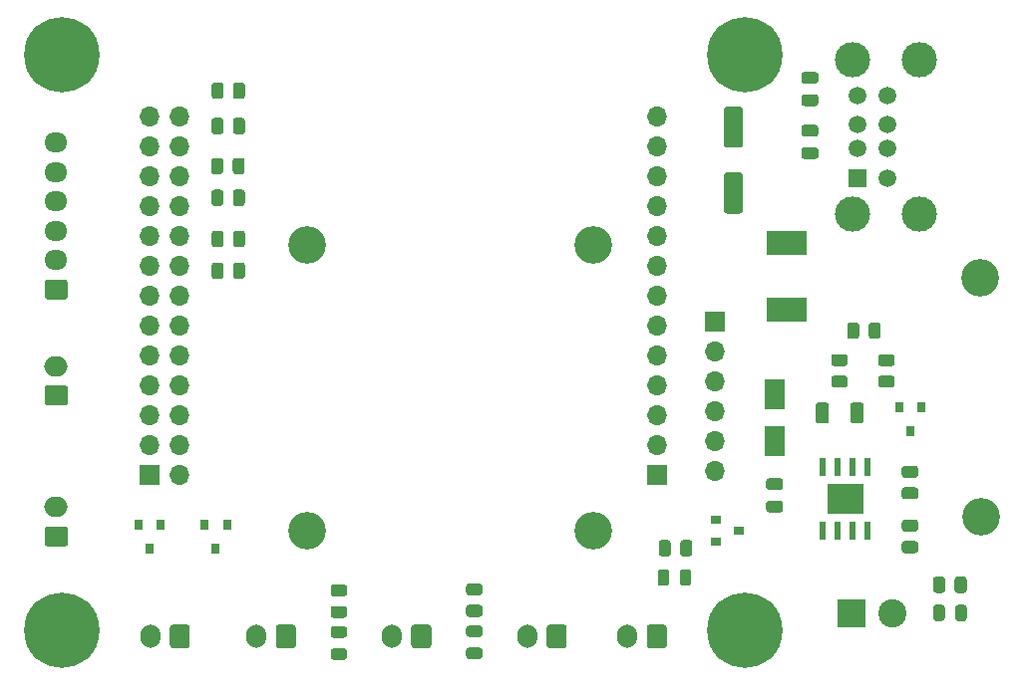
<source format=gbr>
%TF.GenerationSoftware,KiCad,Pcbnew,(5.1.12)-1*%
%TF.CreationDate,2021-12-26T21:26:00+08:00*%
%TF.ProjectId,OrangePiZeroExtentionBoard,4f72616e-6765-4506-995a-65726f457874,rev?*%
%TF.SameCoordinates,Original*%
%TF.FileFunction,Soldermask,Top*%
%TF.FilePolarity,Negative*%
%FSLAX46Y46*%
G04 Gerber Fmt 4.6, Leading zero omitted, Abs format (unit mm)*
G04 Created by KiCad (PCBNEW (5.1.12)-1) date 2021-12-26 21:26:00*
%MOMM*%
%LPD*%
G01*
G04 APERTURE LIST*
%ADD10R,0.600000X1.550000*%
%ADD11R,3.100000X2.600000*%
%ADD12C,1.500000*%
%ADD13C,3.000000*%
%ADD14R,1.500000X1.500000*%
%ADD15R,1.800000X2.500000*%
%ADD16C,0.800000*%
%ADD17C,6.400000*%
%ADD18R,2.400000X2.400000*%
%ADD19C,2.400000*%
%ADD20O,1.950000X1.700000*%
%ADD21R,1.700000X1.700000*%
%ADD22O,1.700000X1.700000*%
%ADD23O,2.000000X1.700000*%
%ADD24O,1.700000X2.000000*%
%ADD25R,3.400000X2.000000*%
%ADD26R,0.800000X0.900000*%
%ADD27R,0.900000X0.800000*%
%ADD28C,3.200000*%
G04 APERTURE END LIST*
%TO.C,C5*%
G36*
G01*
X166050000Y-76950000D02*
X164950000Y-76950000D01*
G75*
G02*
X164700000Y-76700000I0J250000D01*
G01*
X164700000Y-73700000D01*
G75*
G02*
X164950000Y-73450000I250000J0D01*
G01*
X166050000Y-73450000D01*
G75*
G02*
X166300000Y-73700000I0J-250000D01*
G01*
X166300000Y-76700000D01*
G75*
G02*
X166050000Y-76950000I-250000J0D01*
G01*
G37*
G36*
G01*
X166050000Y-82550000D02*
X164950000Y-82550000D01*
G75*
G02*
X164700000Y-82300000I0J250000D01*
G01*
X164700000Y-79300000D01*
G75*
G02*
X164950000Y-79050000I250000J0D01*
G01*
X166050000Y-79050000D01*
G75*
G02*
X166300000Y-79300000I0J-250000D01*
G01*
X166300000Y-82300000D01*
G75*
G02*
X166050000Y-82550000I-250000J0D01*
G01*
G37*
%TD*%
D10*
%TO.C,U1*%
X173095000Y-104100000D03*
X174365000Y-104100000D03*
X175635000Y-104100000D03*
X176905000Y-104100000D03*
X176905000Y-109500000D03*
X175635000Y-109500000D03*
X174365000Y-109500000D03*
X173095000Y-109500000D03*
D11*
X175000000Y-106800000D03*
%TD*%
D12*
%TO.C,USB1*%
X178620000Y-72500000D03*
X178620000Y-75000000D03*
X178620000Y-77000000D03*
X178620000Y-79500000D03*
D13*
X181330000Y-69430000D03*
X181330000Y-82570000D03*
D12*
X176000000Y-72500000D03*
X176000000Y-75000000D03*
X176000000Y-77000000D03*
D14*
X176000000Y-79500000D03*
D13*
X175650000Y-82570000D03*
X175650000Y-69430000D03*
%TD*%
%TO.C,C1*%
G36*
G01*
X172475000Y-71500000D02*
X171525000Y-71500000D01*
G75*
G02*
X171275000Y-71250000I0J250000D01*
G01*
X171275000Y-70750000D01*
G75*
G02*
X171525000Y-70500000I250000J0D01*
G01*
X172475000Y-70500000D01*
G75*
G02*
X172725000Y-70750000I0J-250000D01*
G01*
X172725000Y-71250000D01*
G75*
G02*
X172475000Y-71500000I-250000J0D01*
G01*
G37*
G36*
G01*
X172475000Y-73400000D02*
X171525000Y-73400000D01*
G75*
G02*
X171275000Y-73150000I0J250000D01*
G01*
X171275000Y-72650000D01*
G75*
G02*
X171525000Y-72400000I250000J0D01*
G01*
X172475000Y-72400000D01*
G75*
G02*
X172725000Y-72650000I0J-250000D01*
G01*
X172725000Y-73150000D01*
G75*
G02*
X172475000Y-73400000I-250000J0D01*
G01*
G37*
%TD*%
%TO.C,C2*%
G36*
G01*
X172475000Y-100150001D02*
X172475000Y-98849999D01*
G75*
G02*
X172724999Y-98600000I249999J0D01*
G01*
X173375001Y-98600000D01*
G75*
G02*
X173625000Y-98849999I0J-249999D01*
G01*
X173625000Y-100150001D01*
G75*
G02*
X173375001Y-100400000I-249999J0D01*
G01*
X172724999Y-100400000D01*
G75*
G02*
X172475000Y-100150001I0J249999D01*
G01*
G37*
G36*
G01*
X175425000Y-100150001D02*
X175425000Y-98849999D01*
G75*
G02*
X175674999Y-98600000I249999J0D01*
G01*
X176325001Y-98600000D01*
G75*
G02*
X176575000Y-98849999I0J-249999D01*
G01*
X176575000Y-100150001D01*
G75*
G02*
X176325001Y-100400000I-249999J0D01*
G01*
X175674999Y-100400000D01*
G75*
G02*
X175425000Y-100150001I0J249999D01*
G01*
G37*
%TD*%
%TO.C,C3*%
G36*
G01*
X172475000Y-77900000D02*
X171525000Y-77900000D01*
G75*
G02*
X171275000Y-77650000I0J250000D01*
G01*
X171275000Y-77150000D01*
G75*
G02*
X171525000Y-76900000I250000J0D01*
G01*
X172475000Y-76900000D01*
G75*
G02*
X172725000Y-77150000I0J-250000D01*
G01*
X172725000Y-77650000D01*
G75*
G02*
X172475000Y-77900000I-250000J0D01*
G01*
G37*
G36*
G01*
X172475000Y-76000000D02*
X171525000Y-76000000D01*
G75*
G02*
X171275000Y-75750000I0J250000D01*
G01*
X171275000Y-75250000D01*
G75*
G02*
X171525000Y-75000000I250000J0D01*
G01*
X172475000Y-75000000D01*
G75*
G02*
X172725000Y-75250000I0J-250000D01*
G01*
X172725000Y-75750000D01*
G75*
G02*
X172475000Y-76000000I-250000J0D01*
G01*
G37*
%TD*%
%TO.C,C4*%
G36*
G01*
X169475000Y-107950000D02*
X168525000Y-107950000D01*
G75*
G02*
X168275000Y-107700000I0J250000D01*
G01*
X168275000Y-107200000D01*
G75*
G02*
X168525000Y-106950000I250000J0D01*
G01*
X169475000Y-106950000D01*
G75*
G02*
X169725000Y-107200000I0J-250000D01*
G01*
X169725000Y-107700000D01*
G75*
G02*
X169475000Y-107950000I-250000J0D01*
G01*
G37*
G36*
G01*
X169475000Y-106050000D02*
X168525000Y-106050000D01*
G75*
G02*
X168275000Y-105800000I0J250000D01*
G01*
X168275000Y-105300000D01*
G75*
G02*
X168525000Y-105050000I250000J0D01*
G01*
X169475000Y-105050000D01*
G75*
G02*
X169725000Y-105300000I0J-250000D01*
G01*
X169725000Y-105800000D01*
G75*
G02*
X169475000Y-106050000I-250000J0D01*
G01*
G37*
%TD*%
%TO.C,D1*%
G36*
G01*
X184350000Y-116956250D02*
X184350000Y-116043750D01*
G75*
G02*
X184593750Y-115800000I243750J0D01*
G01*
X185081250Y-115800000D01*
G75*
G02*
X185325000Y-116043750I0J-243750D01*
G01*
X185325000Y-116956250D01*
G75*
G02*
X185081250Y-117200000I-243750J0D01*
G01*
X184593750Y-117200000D01*
G75*
G02*
X184350000Y-116956250I0J243750D01*
G01*
G37*
G36*
G01*
X182475000Y-116956250D02*
X182475000Y-116043750D01*
G75*
G02*
X182718750Y-115800000I243750J0D01*
G01*
X183206250Y-115800000D01*
G75*
G02*
X183450000Y-116043750I0J-243750D01*
G01*
X183450000Y-116956250D01*
G75*
G02*
X183206250Y-117200000I-243750J0D01*
G01*
X182718750Y-117200000D01*
G75*
G02*
X182475000Y-116956250I0J243750D01*
G01*
G37*
%TD*%
%TO.C,D2*%
G36*
G01*
X132456250Y-120487500D02*
X131543750Y-120487500D01*
G75*
G02*
X131300000Y-120243750I0J243750D01*
G01*
X131300000Y-119756250D01*
G75*
G02*
X131543750Y-119512500I243750J0D01*
G01*
X132456250Y-119512500D01*
G75*
G02*
X132700000Y-119756250I0J-243750D01*
G01*
X132700000Y-120243750D01*
G75*
G02*
X132456250Y-120487500I-243750J0D01*
G01*
G37*
G36*
G01*
X132456250Y-118612500D02*
X131543750Y-118612500D01*
G75*
G02*
X131300000Y-118368750I0J243750D01*
G01*
X131300000Y-117881250D01*
G75*
G02*
X131543750Y-117637500I243750J0D01*
G01*
X132456250Y-117637500D01*
G75*
G02*
X132700000Y-117881250I0J-243750D01*
G01*
X132700000Y-118368750D01*
G75*
G02*
X132456250Y-118612500I-243750J0D01*
G01*
G37*
%TD*%
%TO.C,D3*%
G36*
G01*
X143956250Y-118550000D02*
X143043750Y-118550000D01*
G75*
G02*
X142800000Y-118306250I0J243750D01*
G01*
X142800000Y-117818750D01*
G75*
G02*
X143043750Y-117575000I243750J0D01*
G01*
X143956250Y-117575000D01*
G75*
G02*
X144200000Y-117818750I0J-243750D01*
G01*
X144200000Y-118306250D01*
G75*
G02*
X143956250Y-118550000I-243750J0D01*
G01*
G37*
G36*
G01*
X143956250Y-120425000D02*
X143043750Y-120425000D01*
G75*
G02*
X142800000Y-120181250I0J243750D01*
G01*
X142800000Y-119693750D01*
G75*
G02*
X143043750Y-119450000I243750J0D01*
G01*
X143956250Y-119450000D01*
G75*
G02*
X144200000Y-119693750I0J-243750D01*
G01*
X144200000Y-120181250D01*
G75*
G02*
X143956250Y-120425000I-243750J0D01*
G01*
G37*
%TD*%
D15*
%TO.C,D4*%
X169000000Y-97900000D03*
X169000000Y-101900000D03*
%TD*%
%TO.C,D5*%
G36*
G01*
X161925000Y-113043750D02*
X161925000Y-113956250D01*
G75*
G02*
X161681250Y-114200000I-243750J0D01*
G01*
X161193750Y-114200000D01*
G75*
G02*
X160950000Y-113956250I0J243750D01*
G01*
X160950000Y-113043750D01*
G75*
G02*
X161193750Y-112800000I243750J0D01*
G01*
X161681250Y-112800000D01*
G75*
G02*
X161925000Y-113043750I0J-243750D01*
G01*
G37*
G36*
G01*
X160050000Y-113043750D02*
X160050000Y-113956250D01*
G75*
G02*
X159806250Y-114200000I-243750J0D01*
G01*
X159318750Y-114200000D01*
G75*
G02*
X159075000Y-113956250I0J243750D01*
G01*
X159075000Y-113043750D01*
G75*
G02*
X159318750Y-112800000I243750J0D01*
G01*
X159806250Y-112800000D01*
G75*
G02*
X160050000Y-113043750I0J-243750D01*
G01*
G37*
%TD*%
D16*
%TO.C,*%
X110197056Y-116302944D03*
X108500000Y-115600000D03*
X106802944Y-116302944D03*
X106100000Y-118000000D03*
X106802944Y-119697056D03*
X108500000Y-120400000D03*
X110197056Y-119697056D03*
X110900000Y-118000000D03*
D17*
X108500000Y-118000000D03*
%TD*%
%TO.C,*%
X108500000Y-69000000D03*
D16*
X110900000Y-69000000D03*
X110197056Y-70697056D03*
X108500000Y-71400000D03*
X106802944Y-70697056D03*
X106100000Y-69000000D03*
X106802944Y-67302944D03*
X108500000Y-66600000D03*
X110197056Y-67302944D03*
%TD*%
%TO.C,*%
X168197056Y-67302944D03*
X166500000Y-66600000D03*
X164802944Y-67302944D03*
X164100000Y-69000000D03*
X164802944Y-70697056D03*
X166500000Y-71400000D03*
X168197056Y-70697056D03*
X168900000Y-69000000D03*
D17*
X166500000Y-69000000D03*
%TD*%
D16*
%TO.C,*%
X168197056Y-116302944D03*
X166500000Y-115600000D03*
X164802944Y-116302944D03*
X164100000Y-118000000D03*
X164802944Y-119697056D03*
X166500000Y-120400000D03*
X168197056Y-119697056D03*
X168900000Y-118000000D03*
D17*
X166500000Y-118000000D03*
%TD*%
D18*
%TO.C,J2*%
X175500000Y-116500000D03*
D19*
X179000000Y-116500000D03*
%TD*%
%TO.C,J3*%
G36*
G01*
X108725000Y-89850000D02*
X107275000Y-89850000D01*
G75*
G02*
X107025000Y-89600000I0J250000D01*
G01*
X107025000Y-88400000D01*
G75*
G02*
X107275000Y-88150000I250000J0D01*
G01*
X108725000Y-88150000D01*
G75*
G02*
X108975000Y-88400000I0J-250000D01*
G01*
X108975000Y-89600000D01*
G75*
G02*
X108725000Y-89850000I-250000J0D01*
G01*
G37*
D20*
X108000000Y-86500000D03*
X108000000Y-84000000D03*
X108000000Y-81500000D03*
X108000000Y-79000000D03*
X108000000Y-76500000D03*
%TD*%
D21*
%TO.C,J4*%
X115960000Y-104780000D03*
D22*
X118500000Y-104780000D03*
X115960000Y-102240000D03*
X118500000Y-102240000D03*
X115960000Y-99700000D03*
X118500000Y-99700000D03*
X115960000Y-97160000D03*
X118500000Y-97160000D03*
X115960000Y-94620000D03*
X118500000Y-94620000D03*
X115960000Y-92080000D03*
X118500000Y-92080000D03*
X115960000Y-89540000D03*
X118500000Y-89540000D03*
X115960000Y-87000000D03*
X118500000Y-87000000D03*
X115960000Y-84460000D03*
X118500000Y-84460000D03*
X115960000Y-81920000D03*
X118500000Y-81920000D03*
X115960000Y-79380000D03*
X118500000Y-79380000D03*
X115960000Y-76840000D03*
X118500000Y-76840000D03*
X115960000Y-74300000D03*
X118500000Y-74300000D03*
%TD*%
D21*
%TO.C,J7*%
X159000000Y-104780000D03*
D22*
X159000000Y-102240000D03*
X159000000Y-99700000D03*
X159000000Y-97160000D03*
X159000000Y-94620000D03*
X159000000Y-92080000D03*
X159000000Y-89540000D03*
X159000000Y-87000000D03*
X159000000Y-84460000D03*
X159000000Y-81920000D03*
X159000000Y-79380000D03*
X159000000Y-76840000D03*
X159000000Y-74300000D03*
%TD*%
%TO.C,J8*%
G36*
G01*
X108750000Y-110850000D02*
X107250000Y-110850000D01*
G75*
G02*
X107000000Y-110600000I0J250000D01*
G01*
X107000000Y-109400000D01*
G75*
G02*
X107250000Y-109150000I250000J0D01*
G01*
X108750000Y-109150000D01*
G75*
G02*
X109000000Y-109400000I0J-250000D01*
G01*
X109000000Y-110600000D01*
G75*
G02*
X108750000Y-110850000I-250000J0D01*
G01*
G37*
D23*
X108000000Y-107500000D03*
%TD*%
D24*
%TO.C,J9*%
X116000000Y-118500000D03*
G36*
G01*
X119350000Y-117750000D02*
X119350000Y-119250000D01*
G75*
G02*
X119100000Y-119500000I-250000J0D01*
G01*
X117900000Y-119500000D01*
G75*
G02*
X117650000Y-119250000I0J250000D01*
G01*
X117650000Y-117750000D01*
G75*
G02*
X117900000Y-117500000I250000J0D01*
G01*
X119100000Y-117500000D01*
G75*
G02*
X119350000Y-117750000I0J-250000D01*
G01*
G37*
%TD*%
%TO.C,J10*%
X136500000Y-118500000D03*
G36*
G01*
X139850000Y-117750000D02*
X139850000Y-119250000D01*
G75*
G02*
X139600000Y-119500000I-250000J0D01*
G01*
X138400000Y-119500000D01*
G75*
G02*
X138150000Y-119250000I0J250000D01*
G01*
X138150000Y-117750000D01*
G75*
G02*
X138400000Y-117500000I250000J0D01*
G01*
X139600000Y-117500000D01*
G75*
G02*
X139850000Y-117750000I0J-250000D01*
G01*
G37*
%TD*%
%TO.C,J11*%
G36*
G01*
X108750000Y-98850000D02*
X107250000Y-98850000D01*
G75*
G02*
X107000000Y-98600000I0J250000D01*
G01*
X107000000Y-97400000D01*
G75*
G02*
X107250000Y-97150000I250000J0D01*
G01*
X108750000Y-97150000D01*
G75*
G02*
X109000000Y-97400000I0J-250000D01*
G01*
X109000000Y-98600000D01*
G75*
G02*
X108750000Y-98850000I-250000J0D01*
G01*
G37*
D23*
X108000000Y-95500000D03*
%TD*%
%TO.C,J12*%
G36*
G01*
X151350000Y-117750000D02*
X151350000Y-119250000D01*
G75*
G02*
X151100000Y-119500000I-250000J0D01*
G01*
X149900000Y-119500000D01*
G75*
G02*
X149650000Y-119250000I0J250000D01*
G01*
X149650000Y-117750000D01*
G75*
G02*
X149900000Y-117500000I250000J0D01*
G01*
X151100000Y-117500000D01*
G75*
G02*
X151350000Y-117750000I0J-250000D01*
G01*
G37*
D24*
X148000000Y-118500000D03*
%TD*%
%TO.C,J13*%
X125000000Y-118500000D03*
G36*
G01*
X128350000Y-117750000D02*
X128350000Y-119250000D01*
G75*
G02*
X128100000Y-119500000I-250000J0D01*
G01*
X126900000Y-119500000D01*
G75*
G02*
X126650000Y-119250000I0J250000D01*
G01*
X126650000Y-117750000D01*
G75*
G02*
X126900000Y-117500000I250000J0D01*
G01*
X128100000Y-117500000D01*
G75*
G02*
X128350000Y-117750000I0J-250000D01*
G01*
G37*
%TD*%
%TO.C,J15*%
X156500000Y-118500000D03*
G36*
G01*
X159850000Y-117750000D02*
X159850000Y-119250000D01*
G75*
G02*
X159600000Y-119500000I-250000J0D01*
G01*
X158400000Y-119500000D01*
G75*
G02*
X158150000Y-119250000I0J250000D01*
G01*
X158150000Y-117750000D01*
G75*
G02*
X158400000Y-117500000I250000J0D01*
G01*
X159600000Y-117500000D01*
G75*
G02*
X159850000Y-117750000I0J-250000D01*
G01*
G37*
%TD*%
D25*
%TO.C,L1*%
X170000000Y-90700000D03*
X170000000Y-85000000D03*
%TD*%
D26*
%TO.C,Q1*%
X181500000Y-99000000D03*
X179600000Y-99000000D03*
X180550000Y-101000000D03*
%TD*%
%TO.C,Q2*%
X116900000Y-109000000D03*
X115000000Y-109000000D03*
X115950000Y-111000000D03*
%TD*%
%TO.C,Q3*%
X121550000Y-111000000D03*
X120600000Y-109000000D03*
X122500000Y-109000000D03*
%TD*%
D27*
%TO.C,Q4*%
X166000000Y-109500000D03*
X164000000Y-110450000D03*
X164000000Y-108550000D03*
%TD*%
%TO.C,R1*%
G36*
G01*
X182462500Y-114550002D02*
X182462500Y-113649998D01*
G75*
G02*
X182712498Y-113400000I249998J0D01*
G01*
X183237502Y-113400000D01*
G75*
G02*
X183487500Y-113649998I0J-249998D01*
G01*
X183487500Y-114550002D01*
G75*
G02*
X183237502Y-114800000I-249998J0D01*
G01*
X182712498Y-114800000D01*
G75*
G02*
X182462500Y-114550002I0J249998D01*
G01*
G37*
G36*
G01*
X184287500Y-114550002D02*
X184287500Y-113649998D01*
G75*
G02*
X184537498Y-113400000I249998J0D01*
G01*
X185062502Y-113400000D01*
G75*
G02*
X185312500Y-113649998I0J-249998D01*
G01*
X185312500Y-114550002D01*
G75*
G02*
X185062502Y-114800000I-249998J0D01*
G01*
X184537498Y-114800000D01*
G75*
G02*
X184287500Y-114550002I0J249998D01*
G01*
G37*
%TD*%
%TO.C,R2*%
G36*
G01*
X180049998Y-103987500D02*
X180950002Y-103987500D01*
G75*
G02*
X181200000Y-104237498I0J-249998D01*
G01*
X181200000Y-104762502D01*
G75*
G02*
X180950002Y-105012500I-249998J0D01*
G01*
X180049998Y-105012500D01*
G75*
G02*
X179800000Y-104762502I0J249998D01*
G01*
X179800000Y-104237498D01*
G75*
G02*
X180049998Y-103987500I249998J0D01*
G01*
G37*
G36*
G01*
X180049998Y-105812500D02*
X180950002Y-105812500D01*
G75*
G02*
X181200000Y-106062498I0J-249998D01*
G01*
X181200000Y-106587502D01*
G75*
G02*
X180950002Y-106837500I-249998J0D01*
G01*
X180049998Y-106837500D01*
G75*
G02*
X179800000Y-106587502I0J249998D01*
G01*
X179800000Y-106062498D01*
G75*
G02*
X180049998Y-105812500I249998J0D01*
G01*
G37*
%TD*%
%TO.C,R3*%
G36*
G01*
X180049998Y-110387500D02*
X180950002Y-110387500D01*
G75*
G02*
X181200000Y-110637498I0J-249998D01*
G01*
X181200000Y-111162502D01*
G75*
G02*
X180950002Y-111412500I-249998J0D01*
G01*
X180049998Y-111412500D01*
G75*
G02*
X179800000Y-111162502I0J249998D01*
G01*
X179800000Y-110637498D01*
G75*
G02*
X180049998Y-110387500I249998J0D01*
G01*
G37*
G36*
G01*
X180049998Y-108562500D02*
X180950002Y-108562500D01*
G75*
G02*
X181200000Y-108812498I0J-249998D01*
G01*
X181200000Y-109337502D01*
G75*
G02*
X180950002Y-109587500I-249998J0D01*
G01*
X180049998Y-109587500D01*
G75*
G02*
X179800000Y-109337502I0J249998D01*
G01*
X179800000Y-108812498D01*
G75*
G02*
X180049998Y-108562500I249998J0D01*
G01*
G37*
%TD*%
%TO.C,R4*%
G36*
G01*
X132450002Y-115100000D02*
X131549998Y-115100000D01*
G75*
G02*
X131300000Y-114850002I0J249998D01*
G01*
X131300000Y-114324998D01*
G75*
G02*
X131549998Y-114075000I249998J0D01*
G01*
X132450002Y-114075000D01*
G75*
G02*
X132700000Y-114324998I0J-249998D01*
G01*
X132700000Y-114850002D01*
G75*
G02*
X132450002Y-115100000I-249998J0D01*
G01*
G37*
G36*
G01*
X132450002Y-116925000D02*
X131549998Y-116925000D01*
G75*
G02*
X131300000Y-116675002I0J249998D01*
G01*
X131300000Y-116149998D01*
G75*
G02*
X131549998Y-115900000I249998J0D01*
G01*
X132450002Y-115900000D01*
G75*
G02*
X132700000Y-116149998I0J-249998D01*
G01*
X132700000Y-116675002D01*
G75*
G02*
X132450002Y-116925000I-249998J0D01*
G01*
G37*
%TD*%
%TO.C,R5*%
G36*
G01*
X124037500Y-74649998D02*
X124037500Y-75550002D01*
G75*
G02*
X123787502Y-75800000I-249998J0D01*
G01*
X123262498Y-75800000D01*
G75*
G02*
X123012500Y-75550002I0J249998D01*
G01*
X123012500Y-74649998D01*
G75*
G02*
X123262498Y-74400000I249998J0D01*
G01*
X123787502Y-74400000D01*
G75*
G02*
X124037500Y-74649998I0J-249998D01*
G01*
G37*
G36*
G01*
X122212500Y-74649998D02*
X122212500Y-75550002D01*
G75*
G02*
X121962502Y-75800000I-249998J0D01*
G01*
X121437498Y-75800000D01*
G75*
G02*
X121187500Y-75550002I0J249998D01*
G01*
X121187500Y-74649998D01*
G75*
G02*
X121437498Y-74400000I249998J0D01*
G01*
X121962502Y-74400000D01*
G75*
G02*
X122212500Y-74649998I0J-249998D01*
G01*
G37*
%TD*%
%TO.C,R6*%
G36*
G01*
X122212500Y-71649998D02*
X122212500Y-72550002D01*
G75*
G02*
X121962502Y-72800000I-249998J0D01*
G01*
X121437498Y-72800000D01*
G75*
G02*
X121187500Y-72550002I0J249998D01*
G01*
X121187500Y-71649998D01*
G75*
G02*
X121437498Y-71400000I249998J0D01*
G01*
X121962502Y-71400000D01*
G75*
G02*
X122212500Y-71649998I0J-249998D01*
G01*
G37*
G36*
G01*
X124037500Y-71649998D02*
X124037500Y-72550002D01*
G75*
G02*
X123787502Y-72800000I-249998J0D01*
G01*
X123262498Y-72800000D01*
G75*
G02*
X123012500Y-72550002I0J249998D01*
G01*
X123012500Y-71649998D01*
G75*
G02*
X123262498Y-71400000I249998J0D01*
G01*
X123787502Y-71400000D01*
G75*
G02*
X124037500Y-71649998I0J-249998D01*
G01*
G37*
%TD*%
%TO.C,R7*%
G36*
G01*
X143950002Y-116837500D02*
X143049998Y-116837500D01*
G75*
G02*
X142800000Y-116587502I0J249998D01*
G01*
X142800000Y-116062498D01*
G75*
G02*
X143049998Y-115812500I249998J0D01*
G01*
X143950002Y-115812500D01*
G75*
G02*
X144200000Y-116062498I0J-249998D01*
G01*
X144200000Y-116587502D01*
G75*
G02*
X143950002Y-116837500I-249998J0D01*
G01*
G37*
G36*
G01*
X143950002Y-115012500D02*
X143049998Y-115012500D01*
G75*
G02*
X142800000Y-114762502I0J249998D01*
G01*
X142800000Y-114237498D01*
G75*
G02*
X143049998Y-113987500I249998J0D01*
G01*
X143950002Y-113987500D01*
G75*
G02*
X144200000Y-114237498I0J-249998D01*
G01*
X144200000Y-114762502D01*
G75*
G02*
X143950002Y-115012500I-249998J0D01*
G01*
G37*
%TD*%
%TO.C,R8*%
G36*
G01*
X124025000Y-80749998D02*
X124025000Y-81650002D01*
G75*
G02*
X123775002Y-81900000I-249998J0D01*
G01*
X123249998Y-81900000D01*
G75*
G02*
X123000000Y-81650002I0J249998D01*
G01*
X123000000Y-80749998D01*
G75*
G02*
X123249998Y-80500000I249998J0D01*
G01*
X123775002Y-80500000D01*
G75*
G02*
X124025000Y-80749998I0J-249998D01*
G01*
G37*
G36*
G01*
X122200000Y-80749998D02*
X122200000Y-81650002D01*
G75*
G02*
X121950002Y-81900000I-249998J0D01*
G01*
X121424998Y-81900000D01*
G75*
G02*
X121175000Y-81650002I0J249998D01*
G01*
X121175000Y-80749998D01*
G75*
G02*
X121424998Y-80500000I249998J0D01*
G01*
X121950002Y-80500000D01*
G75*
G02*
X122200000Y-80749998I0J-249998D01*
G01*
G37*
%TD*%
%TO.C,R9*%
G36*
G01*
X124012500Y-78049998D02*
X124012500Y-78950002D01*
G75*
G02*
X123762502Y-79200000I-249998J0D01*
G01*
X123237498Y-79200000D01*
G75*
G02*
X122987500Y-78950002I0J249998D01*
G01*
X122987500Y-78049998D01*
G75*
G02*
X123237498Y-77800000I249998J0D01*
G01*
X123762502Y-77800000D01*
G75*
G02*
X124012500Y-78049998I0J-249998D01*
G01*
G37*
G36*
G01*
X122187500Y-78049998D02*
X122187500Y-78950002D01*
G75*
G02*
X121937502Y-79200000I-249998J0D01*
G01*
X121412498Y-79200000D01*
G75*
G02*
X121162500Y-78950002I0J249998D01*
G01*
X121162500Y-78049998D01*
G75*
G02*
X121412498Y-77800000I249998J0D01*
G01*
X121937502Y-77800000D01*
G75*
G02*
X122187500Y-78049998I0J-249998D01*
G01*
G37*
%TD*%
%TO.C,R10*%
G36*
G01*
X160987500Y-111450002D02*
X160987500Y-110549998D01*
G75*
G02*
X161237498Y-110300000I249998J0D01*
G01*
X161762502Y-110300000D01*
G75*
G02*
X162012500Y-110549998I0J-249998D01*
G01*
X162012500Y-111450002D01*
G75*
G02*
X161762502Y-111700000I-249998J0D01*
G01*
X161237498Y-111700000D01*
G75*
G02*
X160987500Y-111450002I0J249998D01*
G01*
G37*
G36*
G01*
X159162500Y-111450002D02*
X159162500Y-110549998D01*
G75*
G02*
X159412498Y-110300000I249998J0D01*
G01*
X159937502Y-110300000D01*
G75*
G02*
X160187500Y-110549998I0J-249998D01*
G01*
X160187500Y-111450002D01*
G75*
G02*
X159937502Y-111700000I-249998J0D01*
G01*
X159412498Y-111700000D01*
G75*
G02*
X159162500Y-111450002I0J249998D01*
G01*
G37*
%TD*%
%TO.C,R11*%
G36*
G01*
X176987500Y-92950002D02*
X176987500Y-92049998D01*
G75*
G02*
X177237498Y-91800000I249998J0D01*
G01*
X177762502Y-91800000D01*
G75*
G02*
X178012500Y-92049998I0J-249998D01*
G01*
X178012500Y-92950002D01*
G75*
G02*
X177762502Y-93200000I-249998J0D01*
G01*
X177237498Y-93200000D01*
G75*
G02*
X176987500Y-92950002I0J249998D01*
G01*
G37*
G36*
G01*
X175162500Y-92950002D02*
X175162500Y-92049998D01*
G75*
G02*
X175412498Y-91800000I249998J0D01*
G01*
X175937502Y-91800000D01*
G75*
G02*
X176187500Y-92049998I0J-249998D01*
G01*
X176187500Y-92950002D01*
G75*
G02*
X175937502Y-93200000I-249998J0D01*
G01*
X175412498Y-93200000D01*
G75*
G02*
X175162500Y-92950002I0J249998D01*
G01*
G37*
%TD*%
%TO.C,R12*%
G36*
G01*
X178950002Y-97337500D02*
X178049998Y-97337500D01*
G75*
G02*
X177800000Y-97087502I0J249998D01*
G01*
X177800000Y-96562498D01*
G75*
G02*
X178049998Y-96312500I249998J0D01*
G01*
X178950002Y-96312500D01*
G75*
G02*
X179200000Y-96562498I0J-249998D01*
G01*
X179200000Y-97087502D01*
G75*
G02*
X178950002Y-97337500I-249998J0D01*
G01*
G37*
G36*
G01*
X178950002Y-95512500D02*
X178049998Y-95512500D01*
G75*
G02*
X177800000Y-95262502I0J249998D01*
G01*
X177800000Y-94737498D01*
G75*
G02*
X178049998Y-94487500I249998J0D01*
G01*
X178950002Y-94487500D01*
G75*
G02*
X179200000Y-94737498I0J-249998D01*
G01*
X179200000Y-95262502D01*
G75*
G02*
X178950002Y-95512500I-249998J0D01*
G01*
G37*
%TD*%
%TO.C,R13*%
G36*
G01*
X174049998Y-96312500D02*
X174950002Y-96312500D01*
G75*
G02*
X175200000Y-96562498I0J-249998D01*
G01*
X175200000Y-97087502D01*
G75*
G02*
X174950002Y-97337500I-249998J0D01*
G01*
X174049998Y-97337500D01*
G75*
G02*
X173800000Y-97087502I0J249998D01*
G01*
X173800000Y-96562498D01*
G75*
G02*
X174049998Y-96312500I249998J0D01*
G01*
G37*
G36*
G01*
X174049998Y-94487500D02*
X174950002Y-94487500D01*
G75*
G02*
X175200000Y-94737498I0J-249998D01*
G01*
X175200000Y-95262502D01*
G75*
G02*
X174950002Y-95512500I-249998J0D01*
G01*
X174049998Y-95512500D01*
G75*
G02*
X173800000Y-95262502I0J249998D01*
G01*
X173800000Y-94737498D01*
G75*
G02*
X174049998Y-94487500I249998J0D01*
G01*
G37*
%TD*%
%TO.C,R14*%
G36*
G01*
X124037500Y-86949998D02*
X124037500Y-87850002D01*
G75*
G02*
X123787502Y-88100000I-249998J0D01*
G01*
X123262498Y-88100000D01*
G75*
G02*
X123012500Y-87850002I0J249998D01*
G01*
X123012500Y-86949998D01*
G75*
G02*
X123262498Y-86700000I249998J0D01*
G01*
X123787502Y-86700000D01*
G75*
G02*
X124037500Y-86949998I0J-249998D01*
G01*
G37*
G36*
G01*
X122212500Y-86949998D02*
X122212500Y-87850002D01*
G75*
G02*
X121962502Y-88100000I-249998J0D01*
G01*
X121437498Y-88100000D01*
G75*
G02*
X121187500Y-87850002I0J249998D01*
G01*
X121187500Y-86949998D01*
G75*
G02*
X121437498Y-86700000I249998J0D01*
G01*
X121962502Y-86700000D01*
G75*
G02*
X122212500Y-86949998I0J-249998D01*
G01*
G37*
%TD*%
%TO.C,R15*%
G36*
G01*
X122212500Y-84249998D02*
X122212500Y-85150002D01*
G75*
G02*
X121962502Y-85400000I-249998J0D01*
G01*
X121437498Y-85400000D01*
G75*
G02*
X121187500Y-85150002I0J249998D01*
G01*
X121187500Y-84249998D01*
G75*
G02*
X121437498Y-84000000I249998J0D01*
G01*
X121962502Y-84000000D01*
G75*
G02*
X122212500Y-84249998I0J-249998D01*
G01*
G37*
G36*
G01*
X124037500Y-84249998D02*
X124037500Y-85150002D01*
G75*
G02*
X123787502Y-85400000I-249998J0D01*
G01*
X123262498Y-85400000D01*
G75*
G02*
X123012500Y-85150002I0J249998D01*
G01*
X123012500Y-84249998D01*
G75*
G02*
X123262498Y-84000000I249998J0D01*
G01*
X123787502Y-84000000D01*
G75*
G02*
X124037500Y-84249998I0J-249998D01*
G01*
G37*
%TD*%
D21*
%TO.C,J5*%
X163910000Y-91750000D03*
D22*
X163910000Y-94290000D03*
X163910000Y-96830000D03*
X163910000Y-99370000D03*
X163910000Y-101910000D03*
X163910000Y-104450000D03*
%TD*%
D28*
%TO.C,*%
X129300000Y-85200000D03*
%TD*%
%TO.C,*%
X153600000Y-109500000D03*
%TD*%
%TO.C,*%
X153600000Y-85200000D03*
%TD*%
%TO.C,*%
X129300000Y-109500000D03*
%TD*%
%TO.C,*%
X186460000Y-87980000D03*
%TD*%
%TO.C,*%
X186550000Y-108290000D03*
%TD*%
M02*

</source>
